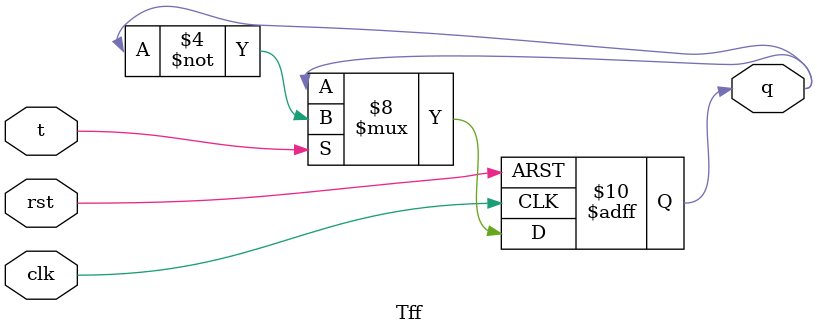
<source format=v>
module counter(clk,clear,count);
  input clk,clear;
  output [3:0] count;
  Tff t1(1'b1,clk,clear,count[0]);
  Tff t2(1'b1,count[0],clear,count[1]);
  Tff t3(1'b1,count[1],clear,count[2]);
  Tff t4(1'b1,count[2],clear,count[3]);
endmodule


module Tff(t,clk,rst,q);
    input clk,rst,t;
    output reg q;
    always @(negedge clk or negedge rst) begin
        if (!rst) q <= 0;
        else begin
          if (t==1'b1) q<= ~q;
          else if (t==1'b0) q<=q;
        end
    end
endmodule
</source>
